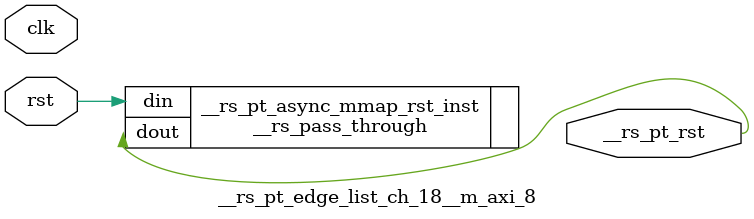
<source format=v>
`timescale 1 ns / 1 ps
/**   Generated by RapidStream   **/
module __rs_pt_edge_list_ch_18__m_axi_8 #(
    parameter BufferSize         = 32,
    parameter BufferSizeLog      = 5,
    parameter AddrWidth          = 64,
    parameter AxiSideAddrWidth   = 64,
    parameter DataWidth          = 512,
    parameter DataWidthBytesLog  = 6,
    parameter WaitTimeWidth      = 4,
    parameter BurstLenWidth      = 8,
    parameter EnableReadChannel  = 1,
    parameter EnableWriteChannel = 1,
    parameter MaxWaitTime        = 3,
    parameter MaxBurstLen        = 15
) (
    output wire __rs_pt_rst,
    input wire  clk,
    input wire  rst
);




__rs_pass_through #(
    .WIDTH (1)
) __rs_pt_async_mmap_rst_inst /**   Generated by RapidStream   **/ (
    .din  (rst),
    .dout (__rs_pt_rst)
);

endmodule  // __rs_pt_edge_list_ch_18__m_axi_8
</source>
